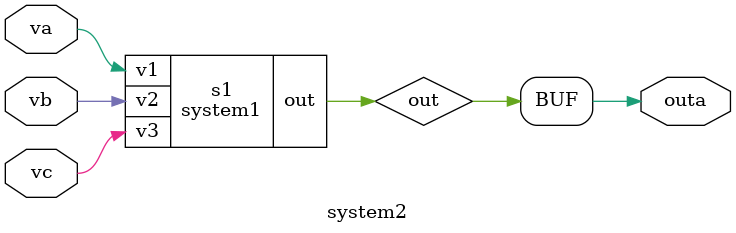
<source format=v>
module system1(out,v1,v2,v3);

input v1,v2,v3;
output out;
wire w1,w2,w3;

and g1(w1,v1,v2);
and g2(w2,v3,v2);
and g3(w3,v1,v3);
or g4(out,g1,g2,g3);

endmodule

module system2(outa,va,vb,vc);

input va,vb,vc;
output outa;
wire out;

system1 s1(out,va,vb,vc);
and g1(outa,out,1'b1);

endmodule


</source>
